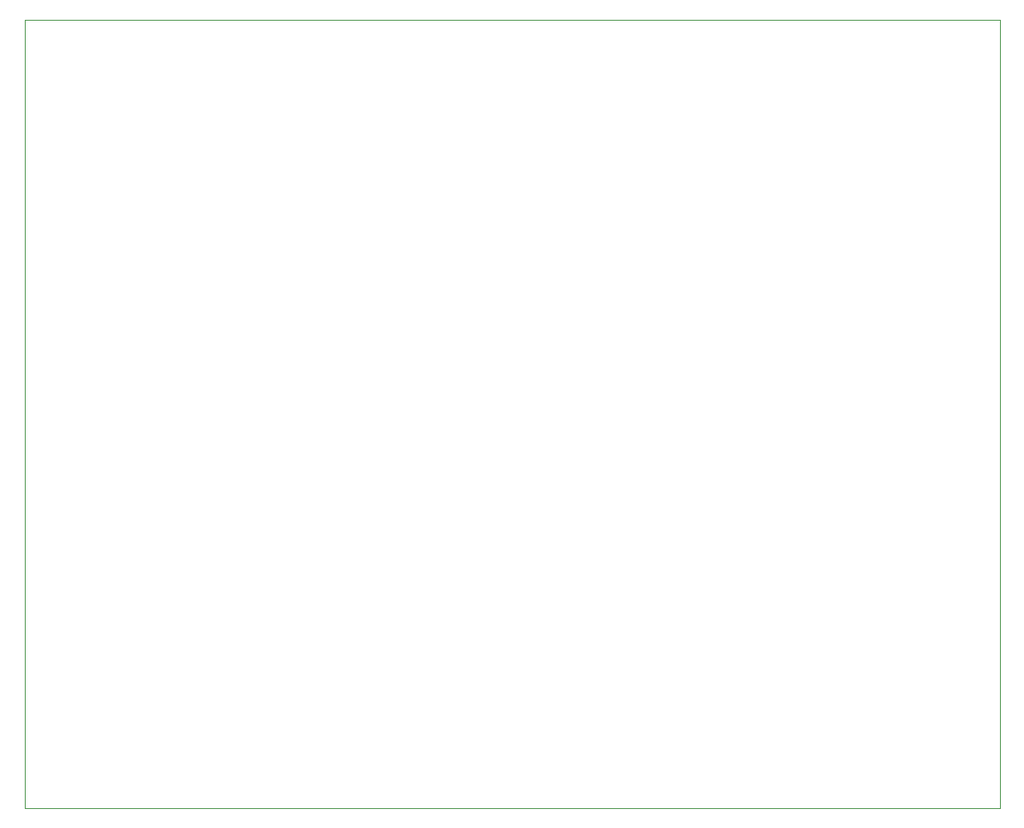
<source format=gko>
G04 #@! TF.FileFunction,Profile,NP*
%FSLAX46Y46*%
G04 Gerber Fmt 4.6, Leading zero omitted, Abs format (unit mm)*
G04 Created by KiCad (PCBNEW 4.0.2-4+6225~38~ubuntu15.04.1-stable) date So 06 Mär 2016 00:32:31 CET*
%MOMM*%
G01*
G04 APERTURE LIST*
%ADD10C,0.150000*%
%ADD11C,0.100000*%
G04 APERTURE END LIST*
D10*
D11*
X0Y0D02*
X635000Y0D01*
X0Y-80645000D02*
X0Y0D01*
X99695000Y-80645000D02*
X0Y-80645000D01*
X99695000Y-80010000D02*
X99695000Y-80645000D01*
X99695000Y0D02*
X99695000Y-80010000D01*
X0Y0D02*
X99695000Y0D01*
M02*

</source>
